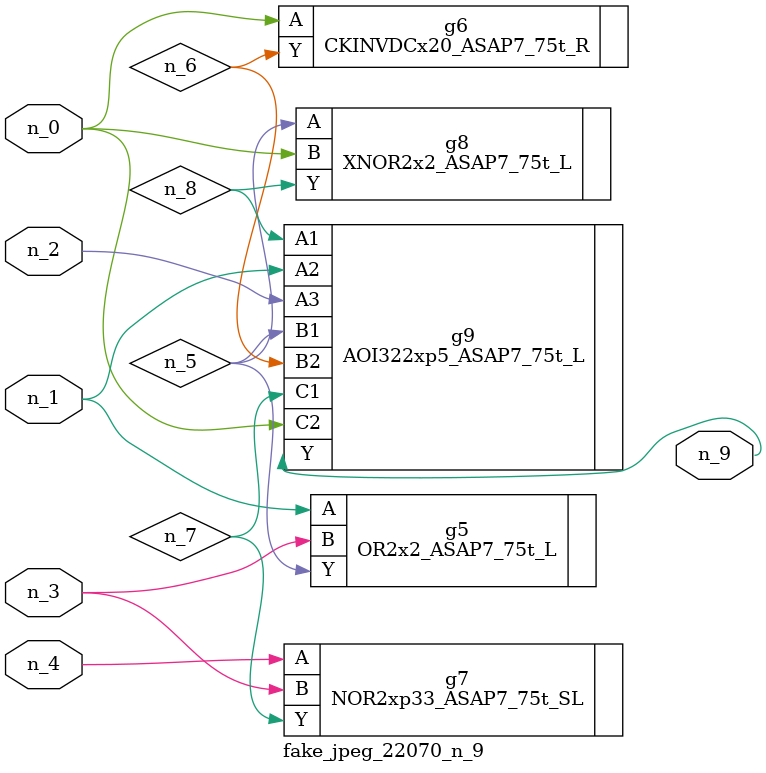
<source format=v>
module fake_jpeg_22070_n_9 (n_3, n_2, n_1, n_0, n_4, n_9);

input n_3;
input n_2;
input n_1;
input n_0;
input n_4;

output n_9;

wire n_8;
wire n_6;
wire n_5;
wire n_7;

OR2x2_ASAP7_75t_L g5 ( 
.A(n_1),
.B(n_3),
.Y(n_5)
);

CKINVDCx20_ASAP7_75t_R g6 ( 
.A(n_0),
.Y(n_6)
);

NOR2xp33_ASAP7_75t_SL g7 ( 
.A(n_4),
.B(n_3),
.Y(n_7)
);

XNOR2x2_ASAP7_75t_L g8 ( 
.A(n_5),
.B(n_0),
.Y(n_8)
);

AOI322xp5_ASAP7_75t_L g9 ( 
.A1(n_8),
.A2(n_1),
.A3(n_2),
.B1(n_5),
.B2(n_6),
.C1(n_7),
.C2(n_0),
.Y(n_9)
);


endmodule
</source>
